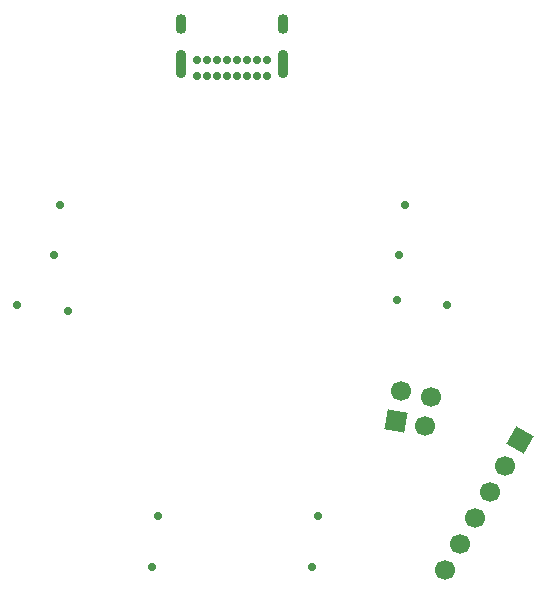
<source format=gbs>
%TF.GenerationSoftware,KiCad,Pcbnew,(6.0.8)*%
%TF.CreationDate,2023-12-19T18:45:34-08:00*%
%TF.ProjectId,OS3M_Mouse,4f53334d-5f4d-46f7-9573-652e6b696361,rev?*%
%TF.SameCoordinates,Original*%
%TF.FileFunction,Soldermask,Bot*%
%TF.FilePolarity,Negative*%
%FSLAX46Y46*%
G04 Gerber Fmt 4.6, Leading zero omitted, Abs format (unit mm)*
G04 Created by KiCad (PCBNEW (6.0.8)) date 2023-12-19 18:45:34*
%MOMM*%
%LPD*%
G01*
G04 APERTURE LIST*
G04 Aperture macros list*
%AMHorizOval*
0 Thick line with rounded ends*
0 $1 width*
0 $2 $3 position (X,Y) of the first rounded end (center of the circle)*
0 $4 $5 position (X,Y) of the second rounded end (center of the circle)*
0 Add line between two ends*
20,1,$1,$2,$3,$4,$5,0*
0 Add two circle primitives to create the rounded ends*
1,1,$1,$2,$3*
1,1,$1,$4,$5*%
%AMRotRect*
0 Rectangle, with rotation*
0 The origin of the aperture is its center*
0 $1 length*
0 $2 width*
0 $3 Rotation angle, in degrees counterclockwise*
0 Add horizontal line*
21,1,$1,$2,0,0,$3*%
G04 Aperture macros list end*
%ADD10C,0.700000*%
%ADD11RotRect,1.700000X1.700000X330.000000*%
%ADD12HorizOval,1.700000X0.000000X0.000000X0.000000X0.000000X0*%
%ADD13O,0.900000X1.700000*%
%ADD14O,0.900000X2.400000*%
%ADD15RotRect,1.700000X1.700000X170.000000*%
%ADD16HorizOval,1.700000X0.000000X0.000000X0.000000X0.000000X0*%
G04 APERTURE END LIST*
D10*
%TO.C,L1*%
X160809844Y-91070000D03*
X156534844Y-90570000D03*
%TD*%
%TO.C,L2*%
X156709844Y-86805000D03*
X157209844Y-82530000D03*
%TD*%
%TO.C,L3*%
X136359844Y-108925000D03*
X135859844Y-113200000D03*
%TD*%
%TO.C,L5*%
X127509844Y-86805000D03*
X128009844Y-82530000D03*
%TD*%
%TO.C,L4*%
X149359844Y-113200000D03*
X149859844Y-108925000D03*
%TD*%
D11*
%TO.C,J1*%
X167005000Y-102450739D03*
D12*
X165735000Y-104650444D03*
X164465000Y-106850148D03*
X163195000Y-109049853D03*
X161925000Y-111249557D03*
X160655000Y-113449262D03*
%TD*%
D10*
%TO.C,J2*%
X145584844Y-71625000D03*
X144734844Y-71625000D03*
X143884844Y-71625000D03*
X143034844Y-71625000D03*
X142184844Y-71625000D03*
X141334844Y-71625000D03*
X140484844Y-71625000D03*
X139634844Y-71625000D03*
X139634844Y-70275000D03*
X140484844Y-70275000D03*
X141334844Y-70275000D03*
X142184844Y-70275000D03*
X143034844Y-70275000D03*
X143884844Y-70275000D03*
X144734844Y-70275000D03*
X145584844Y-70275000D03*
D13*
X138284844Y-67265000D03*
D14*
X146934844Y-70645000D03*
X138284844Y-70645000D03*
D13*
X146934844Y-67265000D03*
%TD*%
D10*
%TO.C,L6*%
X128684844Y-91570000D03*
X124409844Y-91070000D03*
%TD*%
D15*
%TO.C,J3*%
X156464000Y-100838000D03*
D16*
X158965412Y-101279066D03*
X156905066Y-98336588D03*
X159406478Y-98777655D03*
%TD*%
M02*

</source>
